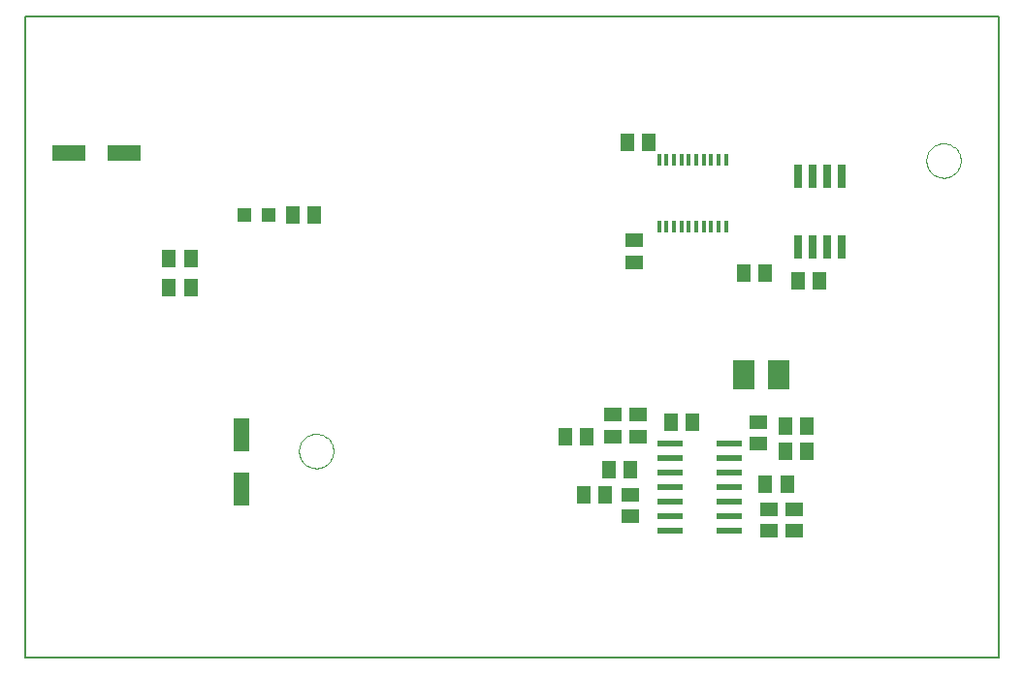
<source format=gtp>
G75*
G70*
%OFA0B0*%
%FSLAX24Y24*%
%IPPOS*%
%LPD*%
%AMOC8*
5,1,8,0,0,1.08239X$1,22.5*
%
%ADD10R,0.0472X0.0472*%
%ADD11R,0.0512X0.0630*%
%ADD12C,0.0050*%
%ADD13C,0.0000*%
%ADD14R,0.0260X0.0800*%
%ADD15R,0.0512X0.0591*%
%ADD16R,0.0120X0.0390*%
%ADD17R,0.0591X0.0512*%
%ADD18R,0.0866X0.0236*%
%ADD19R,0.0630X0.0512*%
%ADD20R,0.0551X0.1181*%
%ADD21R,0.1181X0.0551*%
%ADD22R,0.0768X0.0984*%
D10*
X007689Y015621D03*
X008515Y015621D03*
D11*
X009353Y015621D03*
X010101Y015621D03*
X005851Y014121D03*
X005103Y014121D03*
X005103Y013121D03*
X005851Y013121D03*
X018728Y007996D03*
X019476Y007996D03*
X019353Y005996D03*
X020101Y005996D03*
X026290Y007496D03*
X027038Y007496D03*
X027038Y008371D03*
X026290Y008371D03*
X025601Y013621D03*
X024853Y013621D03*
D12*
X000157Y022448D02*
X000157Y000401D01*
X033622Y000401D01*
X033622Y022448D01*
X000157Y022448D01*
D13*
X009573Y007496D02*
X009575Y007544D01*
X009581Y007592D01*
X009591Y007639D01*
X009604Y007685D01*
X009622Y007730D01*
X009642Y007774D01*
X009667Y007816D01*
X009695Y007855D01*
X009725Y007892D01*
X009759Y007926D01*
X009796Y007958D01*
X009834Y007987D01*
X009875Y008012D01*
X009918Y008034D01*
X009963Y008052D01*
X010009Y008066D01*
X010056Y008077D01*
X010104Y008084D01*
X010152Y008087D01*
X010200Y008086D01*
X010248Y008081D01*
X010296Y008072D01*
X010342Y008060D01*
X010387Y008043D01*
X010431Y008023D01*
X010473Y008000D01*
X010513Y007973D01*
X010551Y007943D01*
X010586Y007910D01*
X010618Y007874D01*
X010648Y007836D01*
X010674Y007795D01*
X010696Y007752D01*
X010716Y007708D01*
X010731Y007663D01*
X010743Y007616D01*
X010751Y007568D01*
X010755Y007520D01*
X010755Y007472D01*
X010751Y007424D01*
X010743Y007376D01*
X010731Y007329D01*
X010716Y007284D01*
X010696Y007240D01*
X010674Y007197D01*
X010648Y007156D01*
X010618Y007118D01*
X010586Y007082D01*
X010551Y007049D01*
X010513Y007019D01*
X010473Y006992D01*
X010431Y006969D01*
X010387Y006949D01*
X010342Y006932D01*
X010296Y006920D01*
X010248Y006911D01*
X010200Y006906D01*
X010152Y006905D01*
X010104Y006908D01*
X010056Y006915D01*
X010009Y006926D01*
X009963Y006940D01*
X009918Y006958D01*
X009875Y006980D01*
X009834Y007005D01*
X009796Y007034D01*
X009759Y007066D01*
X009725Y007100D01*
X009695Y007137D01*
X009667Y007176D01*
X009642Y007218D01*
X009622Y007262D01*
X009604Y007307D01*
X009591Y007353D01*
X009581Y007400D01*
X009575Y007448D01*
X009573Y007496D01*
X031136Y017496D02*
X031138Y017544D01*
X031144Y017592D01*
X031154Y017639D01*
X031167Y017685D01*
X031185Y017730D01*
X031205Y017774D01*
X031230Y017816D01*
X031258Y017855D01*
X031288Y017892D01*
X031322Y017926D01*
X031359Y017958D01*
X031397Y017987D01*
X031438Y018012D01*
X031481Y018034D01*
X031526Y018052D01*
X031572Y018066D01*
X031619Y018077D01*
X031667Y018084D01*
X031715Y018087D01*
X031763Y018086D01*
X031811Y018081D01*
X031859Y018072D01*
X031905Y018060D01*
X031950Y018043D01*
X031994Y018023D01*
X032036Y018000D01*
X032076Y017973D01*
X032114Y017943D01*
X032149Y017910D01*
X032181Y017874D01*
X032211Y017836D01*
X032237Y017795D01*
X032259Y017752D01*
X032279Y017708D01*
X032294Y017663D01*
X032306Y017616D01*
X032314Y017568D01*
X032318Y017520D01*
X032318Y017472D01*
X032314Y017424D01*
X032306Y017376D01*
X032294Y017329D01*
X032279Y017284D01*
X032259Y017240D01*
X032237Y017197D01*
X032211Y017156D01*
X032181Y017118D01*
X032149Y017082D01*
X032114Y017049D01*
X032076Y017019D01*
X032036Y016992D01*
X031994Y016969D01*
X031950Y016949D01*
X031905Y016932D01*
X031859Y016920D01*
X031811Y016911D01*
X031763Y016906D01*
X031715Y016905D01*
X031667Y016908D01*
X031619Y016915D01*
X031572Y016926D01*
X031526Y016940D01*
X031481Y016958D01*
X031438Y016980D01*
X031397Y017005D01*
X031359Y017034D01*
X031322Y017066D01*
X031288Y017100D01*
X031258Y017137D01*
X031230Y017176D01*
X031205Y017218D01*
X031185Y017262D01*
X031167Y017307D01*
X031154Y017353D01*
X031144Y017400D01*
X031138Y017448D01*
X031136Y017496D01*
D14*
X028227Y016956D03*
X027727Y016956D03*
X027227Y016956D03*
X026727Y016956D03*
X026727Y014536D03*
X027227Y014536D03*
X027727Y014536D03*
X028227Y014536D03*
D15*
X027476Y013371D03*
X026728Y013371D03*
X023101Y008496D03*
X022353Y008496D03*
X020976Y006871D03*
X020228Y006871D03*
X025603Y006371D03*
X026351Y006371D03*
X021601Y018121D03*
X020853Y018121D03*
D16*
X021950Y017520D03*
X022206Y017520D03*
X022462Y017520D03*
X022718Y017520D03*
X022974Y017520D03*
X023230Y017520D03*
X023486Y017520D03*
X023742Y017520D03*
X023998Y017520D03*
X024254Y017520D03*
X024254Y015223D03*
X023998Y015223D03*
X023742Y015223D03*
X023486Y015223D03*
X023230Y015223D03*
X022974Y015223D03*
X022718Y015223D03*
X022462Y015223D03*
X022206Y015223D03*
X021950Y015223D03*
D17*
X021102Y014745D03*
X021102Y013997D03*
X021227Y008745D03*
X021227Y007997D03*
X025352Y007747D03*
X025352Y008495D03*
D18*
X024376Y007746D03*
X024376Y007246D03*
X024376Y006746D03*
X024376Y006246D03*
X024376Y005746D03*
X024376Y005246D03*
X024376Y004746D03*
X022328Y004746D03*
X022328Y005246D03*
X022328Y005746D03*
X022328Y006246D03*
X022328Y006746D03*
X022328Y007246D03*
X022328Y007746D03*
D19*
X020352Y007997D03*
X020352Y008745D03*
X020977Y005995D03*
X020977Y005247D03*
X025727Y005495D03*
X026602Y005495D03*
X026602Y004747D03*
X025727Y004747D03*
D20*
X007602Y006177D03*
X007602Y008066D03*
D21*
X003547Y017746D03*
X001657Y017746D03*
D22*
X024877Y010121D03*
X026077Y010121D03*
M02*

</source>
